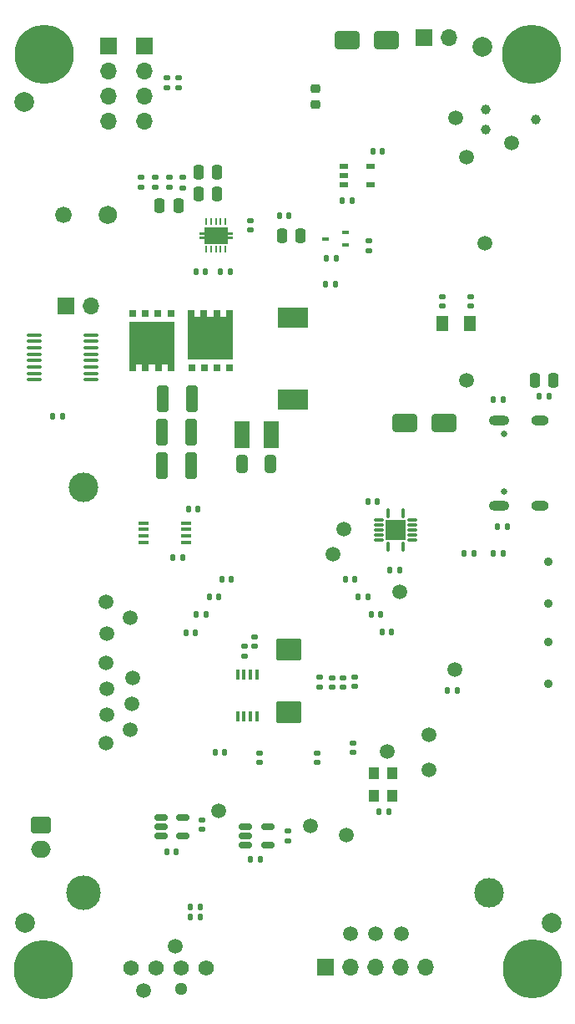
<source format=gts>
G04 #@! TF.GenerationSoftware,KiCad,Pcbnew,8.0.4*
G04 #@! TF.CreationDate,2024-11-26T00:50:50-06:00*
G04 #@! TF.ProjectId,bitaxeUltra,62697461-7865-4556-9c74-72612e6b6963,rev?*
G04 #@! TF.SameCoordinates,Original*
G04 #@! TF.FileFunction,Soldermask,Top*
G04 #@! TF.FilePolarity,Negative*
%FSLAX46Y46*%
G04 Gerber Fmt 4.6, Leading zero omitted, Abs format (unit mm)*
G04 Created by KiCad (PCBNEW 8.0.4) date 2024-11-26 00:50:50*
%MOMM*%
%LPD*%
G01*
G04 APERTURE LIST*
G04 Aperture macros list*
%AMRoundRect*
0 Rectangle with rounded corners*
0 $1 Rounding radius*
0 $2 $3 $4 $5 $6 $7 $8 $9 X,Y pos of 4 corners*
0 Add a 4 corners polygon primitive as box body*
4,1,4,$2,$3,$4,$5,$6,$7,$8,$9,$2,$3,0*
0 Add four circle primitives for the rounded corners*
1,1,$1+$1,$2,$3*
1,1,$1+$1,$4,$5*
1,1,$1+$1,$6,$7*
1,1,$1+$1,$8,$9*
0 Add four rect primitives between the rounded corners*
20,1,$1+$1,$2,$3,$4,$5,0*
20,1,$1+$1,$4,$5,$6,$7,0*
20,1,$1+$1,$6,$7,$8,$9,0*
20,1,$1+$1,$8,$9,$2,$3,0*%
%AMFreePoly0*
4,1,35,0.005000,-4.560000,0.003536,-4.563536,0.000000,-4.565000,-5.000000,-4.565000,-5.003536,-4.563536,-5.005000,-4.560000,-5.005000,-3.898000,-5.003536,-3.894464,-5.000000,-3.893000,-4.325000,-3.893000,-4.325000,-3.269700,-5.000000,-3.269700,-5.003536,-3.268236,-5.005000,-3.264700,-5.005000,-2.599700,-5.003536,-2.596164,-5.000000,-2.594700,-4.325000,-2.594700,-4.325000,-1.971400,-5.000000,-1.971400,
-5.003536,-1.969936,-5.005000,-1.966400,-5.005000,-1.301400,-5.003536,-1.297864,-5.000000,-1.296400,-4.325000,-1.296400,-4.325000,-0.673100,-5.000000,-0.673100,-5.003536,-0.671636,-5.005000,-0.668100,-5.005000,0.000000,-5.003536,0.003536,-5.000000,0.005000,0.005000,0.005000,0.005000,-4.560000,0.005000,-4.560000,$1*%
%AMFreePoly1*
4,1,45,-0.124646,1.700354,-0.124500,1.700000,-0.124500,1.200500,0.124500,1.200500,0.124500,1.700000,0.124646,1.700354,0.125000,1.700500,0.375000,1.700500,0.375354,1.700354,0.375500,1.700000,0.375500,1.200500,0.825000,1.200500,0.825354,1.200354,0.825500,1.200000,0.825500,-1.200000,0.825354,-1.200354,0.825000,-1.200500,0.375500,-1.200500,0.375500,-1.700000,0.375354,-1.700354,
0.375000,-1.700500,0.125000,-1.700500,0.124646,-1.700354,0.124500,-1.700000,0.124500,-1.200500,-0.124500,-1.200500,-0.124500,-1.700000,-0.124646,-1.700354,-0.125000,-1.700500,-0.375000,-1.700500,-0.375354,-1.700354,-0.375500,-1.700000,-0.375500,-1.200500,-0.825000,-1.200500,-0.825354,-1.200354,-0.825500,-1.200000,-0.825500,1.200000,-0.825354,1.200354,-0.825000,1.200500,-0.375500,1.200500,
-0.375500,1.700000,-0.375354,1.700354,-0.375000,1.700500,-0.125000,1.700500,-0.124646,1.700354,-0.124646,1.700354,$1*%
G04 Aperture macros list end*
%ADD10C,0.120000*%
%ADD11RoundRect,0.250000X0.250000X0.475000X-0.250000X0.475000X-0.250000X-0.475000X0.250000X-0.475000X0*%
%ADD12RoundRect,0.140000X0.140000X0.170000X-0.140000X0.170000X-0.140000X-0.170000X0.140000X-0.170000X0*%
%ADD13RoundRect,0.250000X-1.000000X-0.650000X1.000000X-0.650000X1.000000X0.650000X-1.000000X0.650000X0*%
%ADD14RoundRect,0.100000X-0.637500X-0.100000X0.637500X-0.100000X0.637500X0.100000X-0.637500X0.100000X0*%
%ADD15RoundRect,0.140000X-0.170000X0.140000X-0.170000X-0.140000X0.170000X-0.140000X0.170000X0.140000X0*%
%ADD16RoundRect,0.135000X0.185000X-0.135000X0.185000X0.135000X-0.185000X0.135000X-0.185000X-0.135000X0*%
%ADD17C,2.000000*%
%ADD18RoundRect,0.135000X-0.185000X0.135000X-0.185000X-0.135000X0.185000X-0.135000X0.185000X0.135000X0*%
%ADD19RoundRect,0.135000X0.135000X0.185000X-0.135000X0.185000X-0.135000X-0.185000X0.135000X-0.185000X0*%
%ADD20C,1.500000*%
%ADD21R,0.700000X0.450000*%
%ADD22C,3.000000*%
%ADD23RoundRect,0.250000X-0.250000X-0.475000X0.250000X-0.475000X0.250000X0.475000X-0.250000X0.475000X0*%
%ADD24R,1.168400X1.600200*%
%ADD25RoundRect,0.150000X-0.512500X-0.150000X0.512500X-0.150000X0.512500X0.150000X-0.512500X0.150000X0*%
%ADD26C,3.500000*%
%ADD27RoundRect,0.250000X1.000000X0.650000X-1.000000X0.650000X-1.000000X-0.650000X1.000000X-0.650000X0*%
%ADD28RoundRect,0.140000X0.170000X-0.140000X0.170000X0.140000X-0.170000X0.140000X-0.170000X-0.140000X0*%
%ADD29R,0.400000X1.100000*%
%ADD30RoundRect,0.140000X-0.140000X-0.170000X0.140000X-0.170000X0.140000X0.170000X-0.140000X0.170000X0*%
%ADD31C,0.800000*%
%ADD32C,6.000000*%
%ADD33RoundRect,0.007800X-0.122200X0.442200X-0.122200X-0.442200X0.122200X-0.442200X0.122200X0.442200X0*%
%ADD34RoundRect,0.007800X-0.442200X-0.122200X0.442200X-0.122200X0.442200X0.122200X-0.442200X0.122200X0*%
%ADD35R,2.050000X2.050000*%
%ADD36R,3.100000X2.000000*%
%ADD37R,1.100000X0.400000*%
%ADD38RoundRect,0.250000X-1.025000X0.875000X-1.025000X-0.875000X1.025000X-0.875000X1.025000X0.875000X0*%
%ADD39R,0.700000X0.800000*%
%ADD40FreePoly0,270.000000*%
%ADD41RoundRect,0.135000X-0.135000X-0.185000X0.135000X-0.185000X0.135000X0.185000X-0.135000X0.185000X0*%
%ADD42RoundRect,0.050000X-0.070000X0.250000X-0.070000X-0.250000X0.070000X-0.250000X0.070000X0.250000X0*%
%ADD43C,0.400000*%
%ADD44FreePoly1,270.000000*%
%ADD45R,1.600000X2.700000*%
%ADD46FreePoly0,90.000000*%
%ADD47RoundRect,0.250000X-0.325000X-1.100000X0.325000X-1.100000X0.325000X1.100000X-0.325000X1.100000X0*%
%ADD48R,1.100000X1.300000*%
%ADD49RoundRect,0.218750X0.256250X-0.218750X0.256250X0.218750X-0.256250X0.218750X-0.256250X-0.218750X0*%
%ADD50RoundRect,0.250000X0.325000X0.650000X-0.325000X0.650000X-0.325000X-0.650000X0.325000X-0.650000X0*%
%ADD51R,0.952500X0.558800*%
%ADD52C,1.295400*%
%ADD53C,1.574800*%
%ADD54R,1.700000X1.700000*%
%ADD55O,1.700000X1.700000*%
%ADD56C,0.650000*%
%ADD57O,1.800000X1.000000*%
%ADD58O,2.100000X1.000000*%
%ADD59C,0.990600*%
%ADD60C,1.600000*%
%ADD61C,1.800000*%
%ADD62C,0.900000*%
%ADD63RoundRect,0.250000X-0.750000X0.600000X-0.750000X-0.600000X0.750000X-0.600000X0.750000X0.600000X0*%
%ADD64O,2.000000X1.700000*%
G04 APERTURE END LIST*
D10*
X83550000Y-67350000D02*
G75*
G02*
X81950000Y-67350000I-800000J0D01*
G01*
X81950000Y-67350000D02*
G75*
G02*
X83550000Y-67350000I800000J0D01*
G01*
X88150000Y-67350000D02*
G75*
G02*
X86350000Y-67350000I-900000J0D01*
G01*
X86350000Y-67350000D02*
G75*
G02*
X88150000Y-67350000I900000J0D01*
G01*
D11*
X106814000Y-69487000D03*
X104914000Y-69487000D03*
D12*
X116836000Y-103365000D03*
X115876000Y-103365000D03*
D13*
X117380000Y-88392000D03*
X121380000Y-88392000D03*
D14*
X79777500Y-79495000D03*
X79777500Y-80145000D03*
X79777500Y-80795000D03*
X79777500Y-81445000D03*
X79777500Y-82095000D03*
X79777500Y-82745000D03*
X79777500Y-83395000D03*
X79777500Y-84045000D03*
X85502500Y-84045000D03*
X85502500Y-83395000D03*
X85502500Y-82745000D03*
X85502500Y-82095000D03*
X85502500Y-81445000D03*
X85502500Y-80795000D03*
X85502500Y-80145000D03*
X85502500Y-79495000D03*
D15*
X112268000Y-114175600D03*
X112268000Y-115135600D03*
D16*
X94420000Y-54500000D03*
X94420000Y-53480000D03*
D17*
X125272800Y-50292000D03*
X132257800Y-139065000D03*
D18*
X90649600Y-63569000D03*
X90649600Y-64589000D03*
D17*
X78841600Y-139065000D03*
D19*
X122717000Y-115554000D03*
X121697000Y-115554000D03*
D12*
X115730000Y-127810000D03*
X114770000Y-127810000D03*
D20*
X87045800Y-112699800D03*
D21*
X111370000Y-70430000D03*
X111370000Y-69130000D03*
X109370000Y-69780000D03*
D11*
X98355400Y-63005800D03*
X96455400Y-63005800D03*
D20*
X123610000Y-84120000D03*
D18*
X113770000Y-69930000D03*
X113770000Y-70950000D03*
D12*
X114920000Y-107790000D03*
X113960000Y-107790000D03*
D22*
X84764000Y-94984000D03*
D19*
X127764000Y-98910000D03*
X126744000Y-98910000D03*
D15*
X101750000Y-67930000D03*
X101750000Y-68890000D03*
D20*
X111225000Y-99150000D03*
X111440000Y-130160000D03*
D15*
X105540000Y-129760000D03*
X105540000Y-130720000D03*
D23*
X92522000Y-66420000D03*
X94422000Y-66420000D03*
D24*
X124017400Y-78349000D03*
X121172600Y-78349000D03*
D20*
X94107000Y-141452600D03*
X90855800Y-145948400D03*
D25*
X92615500Y-128358000D03*
X92615500Y-129308000D03*
X92615500Y-130258000D03*
X94890500Y-130258000D03*
X94890500Y-128358000D03*
D26*
X84790000Y-136040000D03*
D23*
X130580000Y-84090000D03*
X132480000Y-84090000D03*
D20*
X119800000Y-119990000D03*
X122556000Y-57528000D03*
D27*
X115540000Y-49630000D03*
X111540000Y-49630000D03*
D25*
X101182500Y-129290000D03*
X101182500Y-130240000D03*
X101182500Y-131190000D03*
X103457500Y-131190000D03*
X103457500Y-129290000D03*
D22*
X125890000Y-135990000D03*
D20*
X89763600Y-114223800D03*
D28*
X108485000Y-122798000D03*
X108485000Y-121838000D03*
D20*
X87147400Y-115316000D03*
D29*
X102371800Y-113877200D03*
X101721800Y-113877200D03*
X101071800Y-113877200D03*
X100421800Y-113877200D03*
X100421800Y-118177200D03*
X101071800Y-118177200D03*
X101721800Y-118177200D03*
X102371800Y-118177200D03*
D12*
X99780000Y-104240000D03*
X98820000Y-104240000D03*
D30*
X131050000Y-85700000D03*
X132010000Y-85700000D03*
D19*
X127347000Y-101658000D03*
X126327000Y-101658000D03*
D31*
X127985010Y-51120990D03*
X128644020Y-49530000D03*
X128644020Y-52711980D03*
X130235010Y-48870990D03*
D32*
X130235010Y-51120990D03*
D31*
X130235010Y-53370990D03*
X131826000Y-49530000D03*
X131826000Y-52711980D03*
X132485010Y-51120990D03*
D28*
X124043000Y-76576000D03*
X124043000Y-75616000D03*
D17*
X78740000Y-55905400D03*
D33*
X115672000Y-97580000D03*
D34*
X114737000Y-98265000D03*
X114737000Y-98765000D03*
X114737000Y-99265000D03*
X114737000Y-99765000D03*
X114737000Y-100265000D03*
D33*
X115672000Y-100950000D03*
X117172000Y-100950000D03*
D34*
X118107000Y-100265000D03*
X118107000Y-99765000D03*
X118107000Y-99265000D03*
X118107000Y-98765000D03*
X118107000Y-98265000D03*
D33*
X117172000Y-97580000D03*
D35*
X116422000Y-99265000D03*
D16*
X93270000Y-54490000D03*
X93270000Y-53470000D03*
D18*
X94828800Y-63573600D03*
X94828800Y-64593600D03*
D20*
X87100000Y-106510000D03*
X125500000Y-70190000D03*
D36*
X106000600Y-77761400D03*
X106000600Y-86081400D03*
D16*
X93465000Y-64589000D03*
X93465000Y-63569000D03*
D12*
X98490000Y-106040000D03*
X97530000Y-106040000D03*
D19*
X94840000Y-102040000D03*
X93820000Y-102040000D03*
D31*
X128052000Y-143728000D03*
X128711010Y-142137010D03*
X128711010Y-145318990D03*
X130302000Y-141478000D03*
D32*
X130302000Y-143728000D03*
D31*
X130302000Y-145978000D03*
X131892990Y-142137010D03*
X131892990Y-145318990D03*
X132552000Y-143728000D03*
D28*
X102646000Y-122798000D03*
X102646000Y-121838000D03*
D12*
X115080000Y-60930000D03*
X114120000Y-60930000D03*
X96139000Y-109681000D03*
X95179000Y-109681000D03*
D20*
X128200000Y-60060000D03*
D11*
X98333000Y-65268000D03*
X96433000Y-65268000D03*
D37*
X90890000Y-98565000D03*
X90890000Y-99215000D03*
X90890000Y-99865000D03*
X90890000Y-100515000D03*
X95190000Y-100515000D03*
X95190000Y-99865000D03*
X95190000Y-99215000D03*
X95190000Y-98565000D03*
D20*
X116870000Y-105550000D03*
D30*
X104650000Y-67450000D03*
X105610000Y-67450000D03*
D20*
X89687400Y-116840000D03*
D31*
X78455010Y-143830990D03*
X79114020Y-142240000D03*
X79114020Y-145421980D03*
X80705010Y-141580990D03*
D32*
X80705010Y-143830990D03*
D31*
X80705010Y-146080990D03*
X82296000Y-142240000D03*
X82296000Y-145421980D03*
X82955010Y-143830990D03*
D28*
X121159000Y-76585000D03*
X121159000Y-75625000D03*
D12*
X82650000Y-87720000D03*
X81690000Y-87720000D03*
D15*
X108712000Y-114201000D03*
X108712000Y-115161000D03*
X111150400Y-114226400D03*
X111150400Y-115186400D03*
D18*
X92057300Y-63569000D03*
X92057300Y-64589000D03*
D12*
X99092000Y-121788000D03*
X98132000Y-121788000D03*
D38*
X105600000Y-111360000D03*
X105600000Y-117760000D03*
D39*
X95751600Y-82862700D03*
X97049900Y-82862700D03*
X98313300Y-82862700D03*
X99611600Y-82862700D03*
D40*
X99961600Y-81957700D03*
D28*
X102133400Y-111046200D03*
X102133400Y-110086200D03*
D41*
X95640000Y-138480000D03*
X96660000Y-138480000D03*
D20*
X114410000Y-140150000D03*
X89500000Y-108130000D03*
D30*
X95450000Y-97140000D03*
X96410000Y-97140000D03*
D42*
X99201691Y-68022200D03*
X98701691Y-68022200D03*
X98201691Y-68022200D03*
X97701691Y-68022200D03*
X97201691Y-68022200D03*
X97201691Y-70822200D03*
X97701691Y-70822200D03*
X98201691Y-70822200D03*
X98701691Y-70822200D03*
X99201691Y-70822200D03*
D43*
X98201691Y-68847200D03*
X99151691Y-69422200D03*
D44*
X98201691Y-69422200D03*
D43*
X97251691Y-69422200D03*
X98201691Y-69997200D03*
D20*
X110075000Y-101700000D03*
X87071200Y-120827800D03*
D31*
X78558000Y-51054000D03*
X79217010Y-49463010D03*
X79217010Y-52644990D03*
X80808000Y-48804000D03*
D32*
X80808000Y-51054000D03*
D31*
X80808000Y-53304000D03*
X82398990Y-49463010D03*
X82398990Y-52644990D03*
X83058000Y-51054000D03*
D30*
X93253000Y-131818000D03*
X94213000Y-131818000D03*
D20*
X119800000Y-123540000D03*
D12*
X124370000Y-101660000D03*
X123410000Y-101660000D03*
X113620000Y-106030000D03*
X112660000Y-106030000D03*
D45*
X103851600Y-89640200D03*
X100851600Y-89640200D03*
D39*
X93649887Y-77313864D03*
X92351587Y-77313864D03*
X91088187Y-77313864D03*
X89789887Y-77313864D03*
D46*
X89439887Y-78218864D03*
D30*
X96189800Y-73128000D03*
X97149800Y-73128000D03*
D20*
X115560000Y-121710000D03*
D47*
X92806600Y-85970200D03*
X95756600Y-85970200D03*
D20*
X87180000Y-109740000D03*
X117040000Y-140190000D03*
D48*
X116140000Y-126170000D03*
X116140000Y-123870000D03*
X114240000Y-123870000D03*
X114240000Y-126170000D03*
D20*
X98473000Y-127736000D03*
D41*
X98650200Y-73123400D03*
X99670200Y-73123400D03*
D19*
X110465000Y-71760000D03*
X109445000Y-71760000D03*
D12*
X116020000Y-109624000D03*
X115060000Y-109624000D03*
D41*
X109340000Y-74410000D03*
X110360000Y-74410000D03*
D49*
X108320000Y-56135000D03*
X108320000Y-54560000D03*
D30*
X101730000Y-132610000D03*
X102690000Y-132610000D03*
D20*
X89560400Y-119507000D03*
D28*
X112160000Y-121800000D03*
X112160000Y-120840000D03*
D20*
X122500000Y-113430000D03*
D16*
X101092000Y-112066800D03*
X101092000Y-111046800D03*
D12*
X97210000Y-107780000D03*
X96250000Y-107780000D03*
X112290000Y-104240000D03*
X111330000Y-104240000D03*
D30*
X95640000Y-137410000D03*
X96600000Y-137410000D03*
D20*
X107830000Y-129200000D03*
X87122000Y-117983000D03*
D19*
X127382000Y-86047000D03*
X126362000Y-86047000D03*
D30*
X111051000Y-65931000D03*
X112011000Y-65931000D03*
D20*
X123640000Y-61510000D03*
X111890000Y-140150000D03*
D12*
X114582000Y-96355000D03*
X113622000Y-96355000D03*
D50*
X103786600Y-92610200D03*
X100836600Y-92610200D03*
D15*
X96763000Y-128638000D03*
X96763000Y-129598000D03*
D47*
X92766600Y-89380200D03*
X95716600Y-89380200D03*
D15*
X109982000Y-114230000D03*
X109982000Y-115190000D03*
D51*
X111185050Y-62440200D03*
X111185050Y-63380000D03*
X111185050Y-64319800D03*
X113940950Y-64319800D03*
X113940950Y-62440200D03*
D47*
X92766600Y-92740200D03*
X95716600Y-92740200D03*
D52*
X94701000Y-145782001D03*
D53*
X89621000Y-143622000D03*
X92161000Y-143622000D03*
X94701000Y-143622000D03*
X97241000Y-143622000D03*
D54*
X87340000Y-50270000D03*
D55*
X87340000Y-52810000D03*
X87340000Y-55350000D03*
X87340000Y-57890000D03*
D54*
X83000000Y-76540000D03*
D55*
X85540000Y-76540000D03*
D54*
X90920000Y-50280000D03*
D55*
X90920000Y-52820000D03*
X90920000Y-55360000D03*
X90920000Y-57900000D03*
D54*
X109350000Y-143580000D03*
D55*
X111890000Y-143580000D03*
X114430000Y-143580000D03*
X116970000Y-143580000D03*
X119510000Y-143580000D03*
D56*
X127443000Y-89566000D03*
X127443000Y-95346000D03*
D57*
X131123000Y-88136000D03*
D58*
X126943000Y-88136000D03*
D57*
X131123000Y-96776000D03*
D58*
X126943000Y-96776000D03*
D59*
X130670000Y-57730000D03*
X125590000Y-58746000D03*
X125590000Y-56714000D03*
D54*
X119310000Y-49410000D03*
D55*
X121850000Y-49410000D03*
D60*
X82750000Y-67350000D03*
D61*
X87250000Y-67350000D03*
D62*
X131910000Y-102445000D03*
X131910000Y-106695000D03*
D63*
X80470000Y-129140000D03*
D64*
X80470000Y-131640000D03*
D62*
X131910000Y-110610000D03*
X131910000Y-114860000D03*
M02*

</source>
